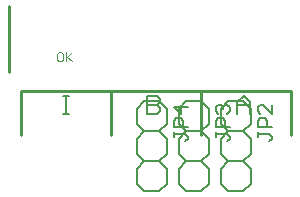
<source format=gto>
G75*
G70*
%OFA0B0*%
%FSLAX24Y24*%
%IPPOS*%
%LPD*%
%AMOC8*
5,1,8,0,0,1.08239X$1,22.5*
%
%ADD10C,0.0100*%
%ADD11C,0.0050*%
%ADD12C,0.0030*%
%ADD13C,0.0060*%
D10*
X000681Y003301D02*
X000681Y004791D01*
X003681Y004791D01*
X006681Y004791D01*
X009681Y004791D01*
X009681Y003301D01*
X006681Y003301D02*
X006681Y004791D01*
X003681Y004791D02*
X003681Y003301D01*
X000261Y005401D02*
X000261Y007601D01*
D11*
X002066Y004617D02*
X002270Y004617D01*
X002168Y004617D02*
X002168Y004006D01*
X002066Y004006D02*
X002270Y004006D01*
X004886Y004006D02*
X005192Y004006D01*
X005293Y004108D01*
X005293Y004210D01*
X005192Y004312D01*
X004886Y004312D01*
X004886Y004617D02*
X004886Y004006D01*
X005192Y004312D02*
X005293Y004413D01*
X005293Y004515D01*
X005192Y004617D01*
X004886Y004617D01*
X005777Y004254D02*
X006002Y004028D01*
X006002Y004329D01*
X006227Y004254D02*
X005777Y004254D01*
X005852Y003868D02*
X006002Y003868D01*
X006077Y003793D01*
X006077Y003568D01*
X006227Y003568D02*
X005777Y003568D01*
X005777Y003793D01*
X005852Y003868D01*
X005777Y003408D02*
X005777Y003258D01*
X005777Y003333D02*
X006152Y003333D01*
X006227Y003258D01*
X006227Y003183D01*
X006152Y003108D01*
X007177Y003258D02*
X007177Y003408D01*
X007177Y003333D02*
X007552Y003333D01*
X007627Y003258D01*
X007627Y003183D01*
X007552Y003108D01*
X007477Y003568D02*
X007477Y003793D01*
X007402Y003868D01*
X007252Y003868D01*
X007177Y003793D01*
X007177Y003568D01*
X007627Y003568D01*
X007552Y004028D02*
X007627Y004104D01*
X007627Y004254D01*
X007552Y004329D01*
X007477Y004329D01*
X007402Y004254D01*
X007402Y004179D01*
X007402Y004254D02*
X007327Y004329D01*
X007252Y004329D01*
X007177Y004254D01*
X007177Y004104D01*
X007252Y004028D01*
X007886Y004006D02*
X007886Y004413D01*
X008090Y004617D01*
X008293Y004413D01*
X008293Y004006D01*
X008577Y004104D02*
X008577Y004254D01*
X008652Y004329D01*
X008727Y004329D01*
X009027Y004028D01*
X009027Y004329D01*
X008652Y004028D02*
X008577Y004104D01*
X008652Y003868D02*
X008802Y003868D01*
X008877Y003793D01*
X008877Y003568D01*
X009027Y003568D02*
X008577Y003568D01*
X008577Y003793D01*
X008652Y003868D01*
X008293Y004312D02*
X007886Y004312D01*
X008577Y003408D02*
X008577Y003258D01*
X008577Y003333D02*
X008952Y003333D01*
X009027Y003258D01*
X009027Y003183D01*
X008952Y003108D01*
D12*
X002365Y005776D02*
X002219Y005922D01*
X002171Y005873D02*
X002365Y006067D01*
X002171Y006067D02*
X002171Y005776D01*
X002070Y005825D02*
X002070Y006018D01*
X002022Y006067D01*
X001925Y006067D01*
X001876Y006018D01*
X001876Y005825D01*
X001925Y005776D01*
X002022Y005776D01*
X002070Y005825D01*
D13*
X004532Y004184D02*
X004532Y003684D01*
X004782Y003434D01*
X004532Y003184D01*
X004532Y002684D01*
X004782Y002434D01*
X004532Y002184D01*
X004532Y001684D01*
X004782Y001434D01*
X005282Y001434D01*
X005532Y001684D01*
X005532Y002184D01*
X005282Y002434D01*
X004782Y002434D01*
X005282Y002434D02*
X005532Y002684D01*
X005532Y003184D01*
X005282Y003434D01*
X004782Y003434D01*
X005282Y003434D02*
X005532Y003684D01*
X005532Y004184D01*
X005282Y004434D01*
X004782Y004434D01*
X004532Y004184D01*
X005932Y004184D02*
X005932Y003684D01*
X006182Y003434D01*
X005932Y003184D01*
X005932Y002684D01*
X006182Y002434D01*
X005932Y002184D01*
X005932Y001684D01*
X006182Y001434D01*
X006682Y001434D01*
X006932Y001684D01*
X006932Y002184D01*
X006682Y002434D01*
X006182Y002434D01*
X006682Y002434D02*
X006932Y002684D01*
X006932Y003184D01*
X006682Y003434D01*
X006182Y003434D01*
X006682Y003434D02*
X006932Y003684D01*
X006932Y004184D01*
X006682Y004434D01*
X006182Y004434D01*
X005932Y004184D01*
X007332Y004184D02*
X007332Y003684D01*
X007582Y003434D01*
X007332Y003184D01*
X007332Y002684D01*
X007582Y002434D01*
X007332Y002184D01*
X007332Y001684D01*
X007582Y001434D01*
X008082Y001434D01*
X008332Y001684D01*
X008332Y002184D01*
X008082Y002434D01*
X007582Y002434D01*
X008082Y002434D02*
X008332Y002684D01*
X008332Y003184D01*
X008082Y003434D01*
X007582Y003434D01*
X008082Y003434D02*
X008332Y003684D01*
X008332Y004184D01*
X008082Y004434D01*
X007582Y004434D01*
X007332Y004184D01*
M02*

</source>
